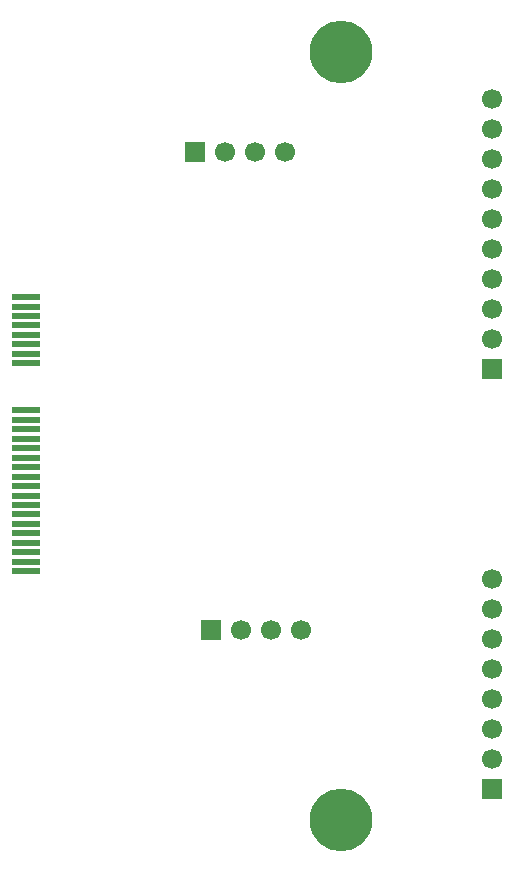
<source format=gbr>
%TF.GenerationSoftware,KiCad,Pcbnew,9.0.2*%
%TF.CreationDate,2025-06-25T22:38:51+10:00*%
%TF.ProjectId,F0-uConsole,46302d75-436f-46e7-936f-6c652e6b6963,rev?*%
%TF.SameCoordinates,Original*%
%TF.FileFunction,Soldermask,Top*%
%TF.FilePolarity,Negative*%
%FSLAX46Y46*%
G04 Gerber Fmt 4.6, Leading zero omitted, Abs format (unit mm)*
G04 Created by KiCad (PCBNEW 9.0.2) date 2025-06-25 22:38:51*
%MOMM*%
%LPD*%
G01*
G04 APERTURE LIST*
%ADD10R,1.700000X1.700000*%
%ADD11C,1.700000*%
%ADD12R,2.350000X0.600000*%
%ADD13C,5.300000*%
G04 APERTURE END LIST*
D10*
%TO.C,J5*%
X119680000Y-93400000D03*
D11*
X122220000Y-93400000D03*
X124760000Y-93400000D03*
X127300000Y-93400000D03*
%TD*%
D12*
%TO.C,J1*%
X104010000Y-65200000D03*
X104010000Y-66000000D03*
X104010000Y-66800000D03*
X104010000Y-67600000D03*
X104010000Y-68400000D03*
X104010000Y-69200000D03*
X104010000Y-70000000D03*
X104010000Y-70800000D03*
X104007750Y-74800000D03*
X104010000Y-75600000D03*
X104010000Y-76400000D03*
X104010000Y-77200000D03*
X104010000Y-78000000D03*
X104010000Y-78800000D03*
X104010000Y-79600000D03*
X104010000Y-80400000D03*
X104010000Y-81200000D03*
X104010000Y-82000000D03*
X104010000Y-82800000D03*
X104010000Y-83600000D03*
X104010000Y-84400000D03*
X104010000Y-85200000D03*
X104010000Y-86000000D03*
X104010000Y-86800000D03*
X104010000Y-87600000D03*
X104010000Y-88400000D03*
%TD*%
D10*
%TO.C,J4*%
X118280000Y-52900000D03*
D11*
X120820000Y-52900000D03*
X123360000Y-52900000D03*
X125900000Y-52900000D03*
%TD*%
D13*
%TO.C,H2*%
X130639761Y-109467158D03*
%TD*%
%TO.C,H1*%
X130639761Y-44467158D03*
%TD*%
D11*
%TO.C,J2*%
X143440164Y-89042884D03*
X143440164Y-91582884D03*
X143440164Y-94122884D03*
X143440164Y-96662884D03*
X143440164Y-99202884D03*
X143440164Y-101742884D03*
X143440164Y-104282884D03*
D10*
X143440164Y-106822884D03*
%TD*%
D11*
%TO.C,J3*%
X143440164Y-48462884D03*
X143440164Y-51002884D03*
X143440164Y-53542884D03*
X143440164Y-56082884D03*
X143440164Y-58622884D03*
X143440164Y-61162884D03*
X143440164Y-63702884D03*
X143440164Y-66242884D03*
X143440164Y-68782884D03*
D10*
X143440164Y-71322884D03*
%TD*%
M02*

</source>
